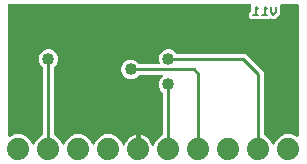
<source format=gbr>
G04 EAGLE Gerber RS-274X export*
G75*
%MOMM*%
%FSLAX34Y34*%
%LPD*%
%INBottom Copper*%
%IPPOS*%
%AMOC8*
5,1,8,0,0,1.08239X$1,22.5*%
G01*
%ADD10C,0.127000*%
%ADD11C,1.879600*%
%ADD12C,0.254000*%
%ADD13C,1.016000*%

G36*
X115374Y12709D02*
X115374Y12709D01*
X115432Y12708D01*
X115514Y12729D01*
X115597Y12741D01*
X115651Y12765D01*
X115707Y12779D01*
X115780Y12822D01*
X115857Y12857D01*
X115902Y12895D01*
X115952Y12925D01*
X116010Y12986D01*
X116074Y13041D01*
X116106Y13089D01*
X116146Y13132D01*
X116185Y13207D01*
X116231Y13277D01*
X116249Y13333D01*
X116276Y13385D01*
X116287Y13453D01*
X116317Y13548D01*
X116320Y13648D01*
X116331Y13716D01*
X116331Y24466D01*
X117096Y24345D01*
X118883Y23764D01*
X120557Y22911D01*
X122078Y21806D01*
X123406Y20478D01*
X124511Y18957D01*
X125364Y17283D01*
X125728Y16163D01*
X125758Y16101D01*
X125779Y16035D01*
X125820Y15974D01*
X125853Y15908D01*
X125899Y15857D01*
X125938Y15799D01*
X125994Y15752D01*
X126043Y15697D01*
X126102Y15661D01*
X126155Y15616D01*
X126222Y15586D01*
X126285Y15547D01*
X126352Y15529D01*
X126415Y15501D01*
X126488Y15491D01*
X126559Y15471D01*
X126628Y15471D01*
X126697Y15462D01*
X126769Y15472D01*
X126843Y15473D01*
X126910Y15493D01*
X126978Y15502D01*
X127045Y15533D01*
X127116Y15554D01*
X127174Y15591D01*
X127237Y15620D01*
X127293Y15667D01*
X127355Y15707D01*
X127401Y15759D01*
X127453Y15804D01*
X127486Y15857D01*
X127543Y15921D01*
X127592Y16025D01*
X127631Y16089D01*
X129148Y19751D01*
X132649Y23252D01*
X134755Y24124D01*
X134756Y24125D01*
X134757Y24125D01*
X134876Y24195D01*
X134999Y24268D01*
X135000Y24269D01*
X135002Y24270D01*
X135099Y24374D01*
X135195Y24475D01*
X135195Y24476D01*
X135196Y24478D01*
X135261Y24603D01*
X135325Y24728D01*
X135325Y24729D01*
X135326Y24731D01*
X135328Y24746D01*
X135380Y25007D01*
X135377Y25037D01*
X135381Y25062D01*
X135381Y59712D01*
X135369Y59799D01*
X135366Y59886D01*
X135349Y59939D01*
X135341Y59994D01*
X135306Y60074D01*
X135279Y60157D01*
X135251Y60196D01*
X135225Y60253D01*
X135129Y60367D01*
X135084Y60430D01*
X132809Y62705D01*
X131571Y65693D01*
X131571Y68927D01*
X132809Y71915D01*
X134852Y73958D01*
X134870Y73982D01*
X134892Y74001D01*
X134955Y74095D01*
X135023Y74185D01*
X135034Y74213D01*
X135050Y74237D01*
X135084Y74345D01*
X135124Y74451D01*
X135127Y74480D01*
X135136Y74508D01*
X135139Y74622D01*
X135148Y74734D01*
X135142Y74763D01*
X135143Y74792D01*
X135114Y74902D01*
X135092Y75013D01*
X135079Y75039D01*
X135071Y75067D01*
X135013Y75165D01*
X134961Y75265D01*
X134941Y75287D01*
X134926Y75312D01*
X134843Y75389D01*
X134765Y75471D01*
X134740Y75486D01*
X134719Y75506D01*
X134618Y75558D01*
X134520Y75615D01*
X134492Y75622D01*
X134466Y75636D01*
X134388Y75649D01*
X134245Y75685D01*
X134182Y75683D01*
X134134Y75691D01*
X115548Y75691D01*
X115461Y75679D01*
X115374Y75676D01*
X115321Y75659D01*
X115266Y75651D01*
X115186Y75616D01*
X115103Y75589D01*
X115064Y75561D01*
X115007Y75535D01*
X114893Y75439D01*
X114830Y75394D01*
X112555Y73119D01*
X109567Y71881D01*
X106333Y71881D01*
X103345Y73119D01*
X101059Y75405D01*
X99821Y78393D01*
X99821Y81627D01*
X101059Y84615D01*
X103345Y86901D01*
X106333Y88139D01*
X109567Y88139D01*
X112555Y86901D01*
X114830Y84626D01*
X114899Y84574D01*
X114963Y84514D01*
X115013Y84488D01*
X115057Y84455D01*
X115139Y84424D01*
X115217Y84384D01*
X115264Y84376D01*
X115323Y84354D01*
X115470Y84342D01*
X115548Y84329D01*
X131276Y84329D01*
X131389Y84345D01*
X131504Y84355D01*
X131530Y84365D01*
X131557Y84369D01*
X131662Y84416D01*
X131769Y84457D01*
X131791Y84473D01*
X131816Y84485D01*
X131904Y84559D01*
X131996Y84628D01*
X132012Y84651D01*
X132033Y84668D01*
X132097Y84764D01*
X132166Y84856D01*
X132176Y84882D01*
X132191Y84905D01*
X132226Y85015D01*
X132266Y85122D01*
X132268Y85150D01*
X132277Y85176D01*
X132280Y85291D01*
X132289Y85405D01*
X132283Y85430D01*
X132284Y85460D01*
X132217Y85717D01*
X132214Y85733D01*
X131571Y87283D01*
X131571Y90517D01*
X132809Y93505D01*
X135095Y95791D01*
X138083Y97029D01*
X141317Y97029D01*
X144305Y95791D01*
X146580Y93516D01*
X146649Y93464D01*
X146713Y93404D01*
X146763Y93378D01*
X146807Y93345D01*
X146889Y93314D01*
X146967Y93274D01*
X147014Y93266D01*
X147073Y93244D01*
X147220Y93232D01*
X147298Y93219D01*
X204989Y93219D01*
X220219Y77989D01*
X220219Y25062D01*
X220219Y25060D01*
X220219Y25059D01*
X220239Y24919D01*
X220259Y24780D01*
X220259Y24779D01*
X220259Y24777D01*
X220316Y24651D01*
X220375Y24521D01*
X220376Y24520D01*
X220377Y24518D01*
X220468Y24411D01*
X220558Y24304D01*
X220560Y24303D01*
X220561Y24302D01*
X220574Y24294D01*
X220795Y24146D01*
X220824Y24137D01*
X220845Y24124D01*
X222951Y23252D01*
X226452Y19751D01*
X227662Y16829D01*
X227677Y16804D01*
X227686Y16776D01*
X227749Y16681D01*
X227807Y16584D01*
X227828Y16564D01*
X227844Y16539D01*
X227931Y16466D01*
X228013Y16389D01*
X228039Y16375D01*
X228062Y16356D01*
X228165Y16310D01*
X228266Y16259D01*
X228295Y16253D01*
X228322Y16241D01*
X228434Y16225D01*
X228545Y16204D01*
X228574Y16206D01*
X228603Y16202D01*
X228715Y16218D01*
X228828Y16228D01*
X228855Y16239D01*
X228885Y16243D01*
X228988Y16289D01*
X229093Y16330D01*
X229117Y16348D01*
X229144Y16360D01*
X229230Y16433D01*
X229320Y16502D01*
X229338Y16525D01*
X229360Y16544D01*
X229402Y16611D01*
X229490Y16729D01*
X229512Y16788D01*
X229538Y16829D01*
X230748Y19751D01*
X234249Y23252D01*
X238824Y25147D01*
X243776Y25147D01*
X248531Y23177D01*
X248643Y23148D01*
X248752Y23114D01*
X248780Y23113D01*
X248807Y23106D01*
X248921Y23109D01*
X249036Y23106D01*
X249063Y23113D01*
X249091Y23114D01*
X249200Y23149D01*
X249311Y23178D01*
X249335Y23192D01*
X249362Y23201D01*
X249457Y23265D01*
X249556Y23323D01*
X249575Y23344D01*
X249598Y23359D01*
X249672Y23447D01*
X249750Y23531D01*
X249763Y23555D01*
X249781Y23577D01*
X249827Y23681D01*
X249880Y23784D01*
X249884Y23808D01*
X249896Y23836D01*
X249933Y24100D01*
X249935Y24115D01*
X249935Y134620D01*
X249927Y134678D01*
X249929Y134736D01*
X249907Y134818D01*
X249895Y134902D01*
X249872Y134955D01*
X249857Y135011D01*
X249814Y135084D01*
X249779Y135161D01*
X249741Y135206D01*
X249712Y135256D01*
X249650Y135314D01*
X249596Y135378D01*
X249547Y135410D01*
X249504Y135450D01*
X249429Y135489D01*
X249359Y135536D01*
X249303Y135553D01*
X249251Y135580D01*
X249183Y135591D01*
X249088Y135621D01*
X248988Y135624D01*
X248920Y135635D01*
X235585Y135635D01*
X235527Y135627D01*
X235469Y135629D01*
X235387Y135607D01*
X235303Y135595D01*
X235250Y135572D01*
X235194Y135557D01*
X235121Y135514D01*
X235044Y135479D01*
X234999Y135441D01*
X234949Y135412D01*
X234891Y135350D01*
X234827Y135296D01*
X234795Y135247D01*
X234755Y135204D01*
X234716Y135129D01*
X234669Y135059D01*
X234652Y135003D01*
X234625Y134951D01*
X234614Y134883D01*
X234584Y134788D01*
X234581Y134688D01*
X234570Y134620D01*
X234570Y127127D01*
X231223Y123780D01*
X230124Y122681D01*
X227072Y122681D01*
X226718Y123036D01*
X226671Y123071D01*
X226631Y123113D01*
X226558Y123156D01*
X226491Y123207D01*
X226436Y123227D01*
X226386Y123257D01*
X226304Y123278D01*
X226225Y123308D01*
X226167Y123313D01*
X226110Y123327D01*
X226026Y123324D01*
X225942Y123331D01*
X225884Y123320D01*
X225826Y123318D01*
X225746Y123292D01*
X225663Y123275D01*
X225611Y123249D01*
X225555Y123231D01*
X225499Y123190D01*
X225411Y123144D01*
X225338Y123076D01*
X225282Y123036D01*
X224928Y122681D01*
X209816Y122681D01*
X207658Y124839D01*
X207658Y127891D01*
X209649Y129881D01*
X209701Y129951D01*
X209761Y130015D01*
X209786Y130065D01*
X209820Y130109D01*
X209851Y130190D01*
X209891Y130268D01*
X209898Y130316D01*
X209921Y130374D01*
X209933Y130522D01*
X209946Y130599D01*
X209946Y134620D01*
X209938Y134678D01*
X209939Y134736D01*
X209918Y134818D01*
X209906Y134902D01*
X209882Y134955D01*
X209868Y135011D01*
X209824Y135084D01*
X209790Y135161D01*
X209752Y135206D01*
X209722Y135256D01*
X209661Y135314D01*
X209606Y135378D01*
X209558Y135410D01*
X209515Y135450D01*
X209440Y135489D01*
X209370Y135536D01*
X209314Y135553D01*
X209262Y135580D01*
X209194Y135591D01*
X209099Y135621D01*
X208999Y135624D01*
X208931Y135635D01*
X5080Y135635D01*
X5022Y135627D01*
X4964Y135629D01*
X4882Y135607D01*
X4798Y135595D01*
X4745Y135572D01*
X4689Y135557D01*
X4616Y135514D01*
X4539Y135479D01*
X4494Y135441D01*
X4444Y135412D01*
X4386Y135350D01*
X4322Y135296D01*
X4290Y135247D01*
X4250Y135204D01*
X4211Y135129D01*
X4164Y135059D01*
X4147Y135003D01*
X4120Y134951D01*
X4109Y134883D01*
X4079Y134788D01*
X4076Y134688D01*
X4065Y134620D01*
X4065Y24115D01*
X4081Y24001D01*
X4091Y23887D01*
X4101Y23861D01*
X4105Y23833D01*
X4152Y23728D01*
X4193Y23621D01*
X4209Y23599D01*
X4221Y23574D01*
X4295Y23486D01*
X4364Y23395D01*
X4387Y23378D01*
X4404Y23357D01*
X4500Y23293D01*
X4592Y23225D01*
X4618Y23215D01*
X4641Y23199D01*
X4751Y23165D01*
X4858Y23124D01*
X4886Y23122D01*
X4912Y23114D01*
X5027Y23111D01*
X5141Y23101D01*
X5166Y23107D01*
X5196Y23106D01*
X5453Y23173D01*
X5469Y23177D01*
X10224Y25147D01*
X15176Y25147D01*
X19751Y23252D01*
X23252Y19751D01*
X24462Y16829D01*
X24477Y16804D01*
X24486Y16776D01*
X24549Y16681D01*
X24607Y16584D01*
X24628Y16564D01*
X24644Y16539D01*
X24731Y16466D01*
X24813Y16389D01*
X24839Y16375D01*
X24862Y16356D01*
X24965Y16310D01*
X25066Y16259D01*
X25095Y16253D01*
X25122Y16241D01*
X25234Y16225D01*
X25345Y16204D01*
X25374Y16206D01*
X25403Y16202D01*
X25515Y16218D01*
X25628Y16228D01*
X25655Y16239D01*
X25685Y16243D01*
X25788Y16289D01*
X25893Y16330D01*
X25917Y16348D01*
X25944Y16360D01*
X26030Y16433D01*
X26120Y16502D01*
X26138Y16525D01*
X26160Y16544D01*
X26202Y16611D01*
X26290Y16729D01*
X26312Y16788D01*
X26338Y16829D01*
X27548Y19751D01*
X31049Y23252D01*
X33155Y24124D01*
X33156Y24125D01*
X33157Y24125D01*
X33276Y24195D01*
X33399Y24268D01*
X33400Y24269D01*
X33402Y24270D01*
X33499Y24374D01*
X33595Y24475D01*
X33595Y24476D01*
X33596Y24478D01*
X33661Y24603D01*
X33725Y24728D01*
X33725Y24729D01*
X33726Y24731D01*
X33728Y24746D01*
X33780Y25007D01*
X33777Y25037D01*
X33781Y25062D01*
X33781Y81302D01*
X33769Y81389D01*
X33766Y81476D01*
X33749Y81529D01*
X33741Y81584D01*
X33706Y81664D01*
X33679Y81747D01*
X33651Y81786D01*
X33625Y81843D01*
X33529Y81957D01*
X33484Y82020D01*
X31209Y84295D01*
X29971Y87283D01*
X29971Y90517D01*
X31209Y93505D01*
X33495Y95791D01*
X36483Y97029D01*
X39717Y97029D01*
X42705Y95791D01*
X44991Y93505D01*
X46229Y90517D01*
X46229Y87283D01*
X44991Y84295D01*
X42716Y82020D01*
X42664Y81951D01*
X42604Y81887D01*
X42578Y81837D01*
X42545Y81793D01*
X42514Y81711D01*
X42474Y81633D01*
X42466Y81586D01*
X42444Y81527D01*
X42432Y81380D01*
X42419Y81302D01*
X42419Y25062D01*
X42419Y25060D01*
X42419Y25059D01*
X42439Y24919D01*
X42459Y24780D01*
X42459Y24779D01*
X42459Y24777D01*
X42516Y24651D01*
X42575Y24521D01*
X42576Y24520D01*
X42577Y24518D01*
X42668Y24411D01*
X42758Y24304D01*
X42760Y24303D01*
X42761Y24302D01*
X42774Y24294D01*
X42995Y24146D01*
X43024Y24137D01*
X43045Y24124D01*
X45151Y23252D01*
X48652Y19751D01*
X49862Y16829D01*
X49877Y16804D01*
X49886Y16776D01*
X49949Y16681D01*
X50007Y16584D01*
X50028Y16564D01*
X50044Y16539D01*
X50131Y16466D01*
X50213Y16389D01*
X50239Y16375D01*
X50262Y16356D01*
X50365Y16310D01*
X50466Y16259D01*
X50495Y16253D01*
X50522Y16241D01*
X50634Y16225D01*
X50745Y16204D01*
X50774Y16206D01*
X50803Y16202D01*
X50915Y16218D01*
X51028Y16228D01*
X51055Y16239D01*
X51085Y16243D01*
X51188Y16289D01*
X51293Y16330D01*
X51317Y16348D01*
X51344Y16360D01*
X51430Y16433D01*
X51520Y16502D01*
X51538Y16525D01*
X51560Y16544D01*
X51602Y16611D01*
X51690Y16729D01*
X51712Y16788D01*
X51738Y16829D01*
X52948Y19751D01*
X56449Y23252D01*
X61024Y25147D01*
X65976Y25147D01*
X70551Y23252D01*
X74052Y19751D01*
X75262Y16829D01*
X75277Y16804D01*
X75286Y16776D01*
X75349Y16681D01*
X75407Y16584D01*
X75428Y16564D01*
X75444Y16539D01*
X75531Y16466D01*
X75613Y16389D01*
X75639Y16375D01*
X75662Y16356D01*
X75765Y16310D01*
X75866Y16259D01*
X75895Y16253D01*
X75922Y16241D01*
X76034Y16225D01*
X76145Y16204D01*
X76174Y16206D01*
X76203Y16202D01*
X76315Y16218D01*
X76428Y16228D01*
X76455Y16239D01*
X76485Y16243D01*
X76588Y16289D01*
X76693Y16330D01*
X76717Y16348D01*
X76744Y16360D01*
X76830Y16433D01*
X76920Y16502D01*
X76938Y16525D01*
X76960Y16544D01*
X77002Y16611D01*
X77090Y16729D01*
X77112Y16788D01*
X77138Y16829D01*
X78348Y19751D01*
X81849Y23252D01*
X86424Y25147D01*
X91376Y25147D01*
X95951Y23252D01*
X99452Y19751D01*
X100969Y16089D01*
X101004Y16029D01*
X101030Y15965D01*
X101076Y15907D01*
X101113Y15844D01*
X101163Y15796D01*
X101206Y15742D01*
X101266Y15699D01*
X101320Y15649D01*
X101381Y15617D01*
X101438Y15577D01*
X101507Y15552D01*
X101573Y15518D01*
X101640Y15505D01*
X101706Y15482D01*
X101779Y15478D01*
X101852Y15463D01*
X101920Y15469D01*
X101989Y15465D01*
X102061Y15481D01*
X102135Y15488D01*
X102199Y15513D01*
X102267Y15528D01*
X102331Y15563D01*
X102400Y15590D01*
X102455Y15631D01*
X102516Y15665D01*
X102568Y15717D01*
X102627Y15761D01*
X102668Y15817D01*
X102717Y15866D01*
X102746Y15921D01*
X102797Y15989D01*
X102838Y16097D01*
X102872Y16163D01*
X103236Y17283D01*
X104089Y18957D01*
X105194Y20478D01*
X106522Y21806D01*
X108043Y22911D01*
X109717Y23764D01*
X111504Y24345D01*
X112269Y24466D01*
X112269Y13716D01*
X112277Y13658D01*
X112275Y13600D01*
X112297Y13518D01*
X112309Y13435D01*
X112333Y13381D01*
X112347Y13325D01*
X112390Y13252D01*
X112425Y13175D01*
X112463Y13131D01*
X112493Y13080D01*
X112554Y13023D01*
X112609Y12958D01*
X112657Y12926D01*
X112700Y12886D01*
X112775Y12847D01*
X112845Y12801D01*
X112901Y12783D01*
X112953Y12756D01*
X113021Y12745D01*
X113116Y12715D01*
X113216Y12712D01*
X113284Y12701D01*
X115316Y12701D01*
X115374Y12709D01*
G37*
D10*
X230886Y133229D02*
X230886Y128653D01*
X228598Y126365D01*
X226310Y128653D01*
X226310Y133229D01*
X223402Y130941D02*
X221114Y133229D01*
X221114Y126365D01*
X223402Y126365D02*
X218826Y126365D01*
X215918Y130941D02*
X213630Y133229D01*
X213630Y126365D01*
X215918Y126365D02*
X211342Y126365D01*
D11*
X241300Y12700D03*
X215900Y12700D03*
X190500Y12700D03*
X165100Y12700D03*
X139700Y12700D03*
X114300Y12700D03*
X88900Y12700D03*
X63500Y12700D03*
X38100Y12700D03*
X12700Y12700D03*
D12*
X139700Y12700D02*
X139700Y67310D01*
D13*
X139700Y67310D03*
X186690Y100330D03*
X76200Y119380D03*
X139700Y88900D03*
D12*
X203200Y88900D01*
X215900Y76200D01*
X215900Y12700D01*
D13*
X107950Y80010D03*
D12*
X161290Y80010D01*
X165100Y76200D01*
X165100Y12700D01*
D13*
X38100Y88900D03*
D12*
X38100Y12700D01*
M02*

</source>
